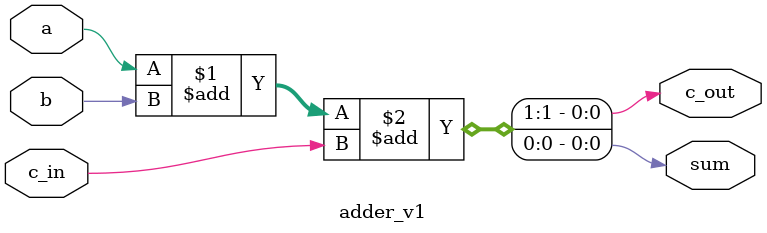
<source format=v>
module adder_v1 ( input a,
        input b,
        input c_in,
        output c_out,
        output sum);

assign {c_out,sum} = a + b + c_in;

endmodule

</source>
